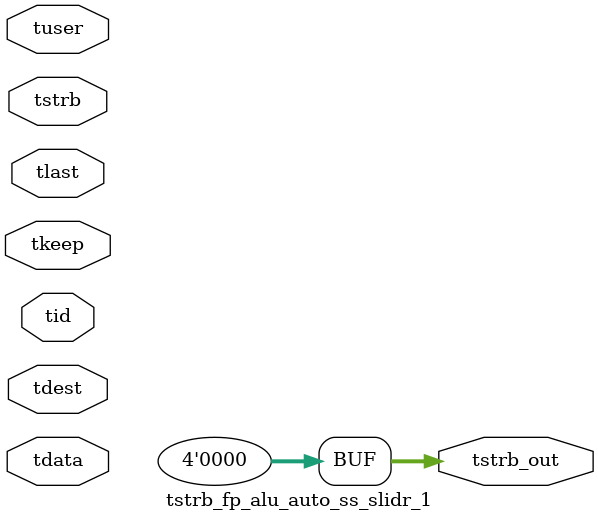
<source format=v>


`timescale 1ps/1ps

module tstrb_fp_alu_auto_ss_slidr_1 #
(
parameter C_S_AXIS_TDATA_WIDTH = 32,
parameter C_S_AXIS_TUSER_WIDTH = 0,
parameter C_S_AXIS_TID_WIDTH   = 0,
parameter C_S_AXIS_TDEST_WIDTH = 0,
parameter C_M_AXIS_TDATA_WIDTH = 32
)
(
input  [(C_S_AXIS_TDATA_WIDTH == 0 ? 1 : C_S_AXIS_TDATA_WIDTH)-1:0     ] tdata,
input  [(C_S_AXIS_TUSER_WIDTH == 0 ? 1 : C_S_AXIS_TUSER_WIDTH)-1:0     ] tuser,
input  [(C_S_AXIS_TID_WIDTH   == 0 ? 1 : C_S_AXIS_TID_WIDTH)-1:0       ] tid,
input  [(C_S_AXIS_TDEST_WIDTH == 0 ? 1 : C_S_AXIS_TDEST_WIDTH)-1:0     ] tdest,
input  [(C_S_AXIS_TDATA_WIDTH/8)-1:0 ] tkeep,
input  [(C_S_AXIS_TDATA_WIDTH/8)-1:0 ] tstrb,
input                                                                    tlast,
output [(C_M_AXIS_TDATA_WIDTH/8)-1:0 ] tstrb_out
);

assign tstrb_out = {1'b0};

endmodule


</source>
